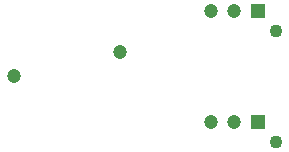
<source format=gbr>
%TF.GenerationSoftware,Altium Limited,Altium Designer,23.1.1 (15)*%
G04 Layer_Color=16711935*
%FSLAX45Y45*%
%MOMM*%
%TF.SameCoordinates,65C13D17-EFD2-49A1-9DDF-215AC00BF633*%
%TF.FilePolarity,Negative*%
%TF.FileFunction,Soldermask,Bot*%
%TF.Part,Single*%
G01*
G75*
%TA.AperFunction,ComponentPad*%
%ADD12C,1.10000*%
%ADD13C,1.20000*%
%ADD14R,1.20000X1.20000*%
%TA.AperFunction,ViaPad*%
%ADD21C,1.20320*%
D12*
X2864602Y1105799D02*
D03*
Y165999D02*
D03*
D13*
X2314600Y1275801D02*
D03*
X2514600D02*
D03*
X2314600Y336001D02*
D03*
X2514600D02*
D03*
D14*
X2714600Y1275801D02*
D03*
Y336001D02*
D03*
D21*
X647700Y723900D02*
D03*
X1541800Y924601D02*
D03*
%TF.MD5,3d4ef8435c13434790de926e4b611ffc*%
M02*

</source>
